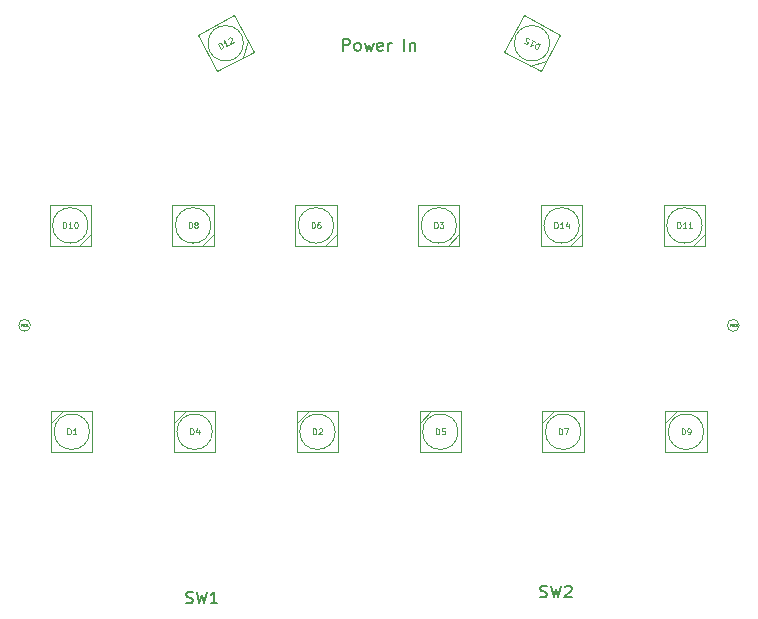
<source format=gbr>
%TF.GenerationSoftware,KiCad,Pcbnew,(6.0.7-1)-1*%
%TF.CreationDate,2022-12-12T20:47:58-08:00*%
%TF.ProjectId,ChristmasCountdown2022,43687269-7374-46d6-9173-436f756e7464,rev?*%
%TF.SameCoordinates,Original*%
%TF.FileFunction,AssemblyDrawing,Top*%
%FSLAX46Y46*%
G04 Gerber Fmt 4.6, Leading zero omitted, Abs format (unit mm)*
G04 Created by KiCad (PCBNEW (6.0.7-1)-1) date 2022-12-12 20:47:58*
%MOMM*%
%LPD*%
G01*
G04 APERTURE LIST*
%ADD10C,0.100000*%
%ADD11C,0.040000*%
%ADD12C,0.150000*%
G04 APERTURE END LIST*
D10*
%TO.C,D11*%
X175265361Y-91256190D02*
X175265361Y-90756190D01*
X175384408Y-90756190D01*
X175455837Y-90780000D01*
X175503456Y-90827619D01*
X175527265Y-90875238D01*
X175551075Y-90970476D01*
X175551075Y-91041904D01*
X175527265Y-91137142D01*
X175503456Y-91184761D01*
X175455837Y-91232380D01*
X175384408Y-91256190D01*
X175265361Y-91256190D01*
X176027265Y-91256190D02*
X175741551Y-91256190D01*
X175884408Y-91256190D02*
X175884408Y-90756190D01*
X175836789Y-90827619D01*
X175789170Y-90875238D01*
X175741551Y-90899047D01*
X176503456Y-91256190D02*
X176217742Y-91256190D01*
X176360599Y-91256190D02*
X176360599Y-90756190D01*
X176312980Y-90827619D01*
X176265361Y-90875238D01*
X176217742Y-90899047D01*
D11*
%TO.C,FID2*%
X179785714Y-99485714D02*
X179719047Y-99485714D01*
X179719047Y-99590476D02*
X179719047Y-99390476D01*
X179814285Y-99390476D01*
X179890476Y-99590476D02*
X179890476Y-99390476D01*
X179985714Y-99590476D02*
X179985714Y-99390476D01*
X180033333Y-99390476D01*
X180061904Y-99400000D01*
X180080952Y-99419047D01*
X180090476Y-99438095D01*
X180100000Y-99476190D01*
X180100000Y-99504761D01*
X180090476Y-99542857D01*
X180080952Y-99561904D01*
X180061904Y-99580952D01*
X180033333Y-99590476D01*
X179985714Y-99590476D01*
X180176190Y-99409523D02*
X180185714Y-99400000D01*
X180204761Y-99390476D01*
X180252380Y-99390476D01*
X180271428Y-99400000D01*
X180280952Y-99409523D01*
X180290476Y-99428571D01*
X180290476Y-99447619D01*
X180280952Y-99476190D01*
X180166666Y-99590476D01*
X180290476Y-99590476D01*
D10*
%TO.C,D7*%
X165230952Y-108726190D02*
X165230952Y-108226190D01*
X165350000Y-108226190D01*
X165421428Y-108250000D01*
X165469047Y-108297619D01*
X165492857Y-108345238D01*
X165516666Y-108440476D01*
X165516666Y-108511904D01*
X165492857Y-108607142D01*
X165469047Y-108654761D01*
X165421428Y-108702380D01*
X165350000Y-108726190D01*
X165230952Y-108726190D01*
X165683333Y-108226190D02*
X166016666Y-108226190D01*
X165802380Y-108726190D01*
%TO.C,D3*%
X154703456Y-91256190D02*
X154703456Y-90756190D01*
X154822504Y-90756190D01*
X154893932Y-90780000D01*
X154941551Y-90827619D01*
X154965361Y-90875238D01*
X154989170Y-90970476D01*
X154989170Y-91041904D01*
X154965361Y-91137142D01*
X154941551Y-91184761D01*
X154893932Y-91232380D01*
X154822504Y-91256190D01*
X154703456Y-91256190D01*
X155155837Y-90756190D02*
X155465361Y-90756190D01*
X155298694Y-90946666D01*
X155370123Y-90946666D01*
X155417742Y-90970476D01*
X155441551Y-90994285D01*
X155465361Y-91041904D01*
X155465361Y-91160952D01*
X155441551Y-91208571D01*
X155417742Y-91232380D01*
X155370123Y-91256190D01*
X155227265Y-91256190D01*
X155179646Y-91232380D01*
X155155837Y-91208571D01*
%TO.C,D5*%
X154830952Y-108726190D02*
X154830952Y-108226190D01*
X154950000Y-108226190D01*
X155021428Y-108250000D01*
X155069047Y-108297619D01*
X155092857Y-108345238D01*
X155116666Y-108440476D01*
X155116666Y-108511904D01*
X155092857Y-108607142D01*
X155069047Y-108654761D01*
X155021428Y-108702380D01*
X154950000Y-108726190D01*
X154830952Y-108726190D01*
X155569047Y-108226190D02*
X155330952Y-108226190D01*
X155307142Y-108464285D01*
X155330952Y-108440476D01*
X155378571Y-108416666D01*
X155497619Y-108416666D01*
X155545238Y-108440476D01*
X155569047Y-108464285D01*
X155592857Y-108511904D01*
X155592857Y-108630952D01*
X155569047Y-108678571D01*
X155545238Y-108702380D01*
X155497619Y-108726190D01*
X155378571Y-108726190D01*
X155330952Y-108702380D01*
X155307142Y-108678571D01*
%TO.C,D14*%
X164865361Y-91256190D02*
X164865361Y-90756190D01*
X164984408Y-90756190D01*
X165055837Y-90780000D01*
X165103456Y-90827619D01*
X165127265Y-90875238D01*
X165151075Y-90970476D01*
X165151075Y-91041904D01*
X165127265Y-91137142D01*
X165103456Y-91184761D01*
X165055837Y-91232380D01*
X164984408Y-91256190D01*
X164865361Y-91256190D01*
X165627265Y-91256190D02*
X165341551Y-91256190D01*
X165484408Y-91256190D02*
X165484408Y-90756190D01*
X165436789Y-90827619D01*
X165389170Y-90875238D01*
X165341551Y-90899047D01*
X166055837Y-90922857D02*
X166055837Y-91256190D01*
X165936789Y-90732380D02*
X165817742Y-91089523D01*
X166127265Y-91089523D01*
%TO.C,D10*%
X123265361Y-91256190D02*
X123265361Y-90756190D01*
X123384408Y-90756190D01*
X123455837Y-90780000D01*
X123503456Y-90827619D01*
X123527265Y-90875238D01*
X123551075Y-90970476D01*
X123551075Y-91041904D01*
X123527265Y-91137142D01*
X123503456Y-91184761D01*
X123455837Y-91232380D01*
X123384408Y-91256190D01*
X123265361Y-91256190D01*
X124027265Y-91256190D02*
X123741551Y-91256190D01*
X123884408Y-91256190D02*
X123884408Y-90756190D01*
X123836789Y-90827619D01*
X123789170Y-90875238D01*
X123741551Y-90899047D01*
X124336789Y-90756190D02*
X124384408Y-90756190D01*
X124432027Y-90780000D01*
X124455837Y-90803809D01*
X124479646Y-90851428D01*
X124503456Y-90946666D01*
X124503456Y-91065714D01*
X124479646Y-91160952D01*
X124455837Y-91208571D01*
X124432027Y-91232380D01*
X124384408Y-91256190D01*
X124336789Y-91256190D01*
X124289170Y-91232380D01*
X124265361Y-91208571D01*
X124241551Y-91160952D01*
X124217742Y-91065714D01*
X124217742Y-90946666D01*
X124241551Y-90851428D01*
X124265361Y-90803809D01*
X124289170Y-90780000D01*
X124336789Y-90756190D01*
D12*
%TO.C,SW1*%
X133666666Y-122984761D02*
X133809523Y-123032380D01*
X134047619Y-123032380D01*
X134142857Y-122984761D01*
X134190476Y-122937142D01*
X134238095Y-122841904D01*
X134238095Y-122746666D01*
X134190476Y-122651428D01*
X134142857Y-122603809D01*
X134047619Y-122556190D01*
X133857142Y-122508571D01*
X133761904Y-122460952D01*
X133714285Y-122413333D01*
X133666666Y-122318095D01*
X133666666Y-122222857D01*
X133714285Y-122127619D01*
X133761904Y-122080000D01*
X133857142Y-122032380D01*
X134095238Y-122032380D01*
X134238095Y-122080000D01*
X134571428Y-122032380D02*
X134809523Y-123032380D01*
X135000000Y-122318095D01*
X135190476Y-123032380D01*
X135428571Y-122032380D01*
X136333333Y-123032380D02*
X135761904Y-123032380D01*
X136047619Y-123032380D02*
X136047619Y-122032380D01*
X135952380Y-122175238D01*
X135857142Y-122270476D01*
X135761904Y-122318095D01*
D10*
%TO.C,D4*%
X134030952Y-108726190D02*
X134030952Y-108226190D01*
X134150000Y-108226190D01*
X134221428Y-108250000D01*
X134269047Y-108297619D01*
X134292857Y-108345238D01*
X134316666Y-108440476D01*
X134316666Y-108511904D01*
X134292857Y-108607142D01*
X134269047Y-108654761D01*
X134221428Y-108702380D01*
X134150000Y-108726190D01*
X134030952Y-108726190D01*
X134745238Y-108392857D02*
X134745238Y-108726190D01*
X134626190Y-108202380D02*
X134507142Y-108559523D01*
X134816666Y-108559523D01*
D11*
%TO.C,FID1*%
X119785714Y-99485714D02*
X119719047Y-99485714D01*
X119719047Y-99590476D02*
X119719047Y-99390476D01*
X119814285Y-99390476D01*
X119890476Y-99590476D02*
X119890476Y-99390476D01*
X119985714Y-99590476D02*
X119985714Y-99390476D01*
X120033333Y-99390476D01*
X120061904Y-99400000D01*
X120080952Y-99419047D01*
X120090476Y-99438095D01*
X120100000Y-99476190D01*
X120100000Y-99504761D01*
X120090476Y-99542857D01*
X120080952Y-99561904D01*
X120061904Y-99580952D01*
X120033333Y-99590476D01*
X119985714Y-99590476D01*
X120290476Y-99590476D02*
X120176190Y-99590476D01*
X120233333Y-99590476D02*
X120233333Y-99390476D01*
X120214285Y-99419047D01*
X120195238Y-99438095D01*
X120176190Y-99447619D01*
D12*
%TO.C,SW2*%
X163666666Y-122484761D02*
X163809523Y-122532380D01*
X164047619Y-122532380D01*
X164142857Y-122484761D01*
X164190476Y-122437142D01*
X164238095Y-122341904D01*
X164238095Y-122246666D01*
X164190476Y-122151428D01*
X164142857Y-122103809D01*
X164047619Y-122056190D01*
X163857142Y-122008571D01*
X163761904Y-121960952D01*
X163714285Y-121913333D01*
X163666666Y-121818095D01*
X163666666Y-121722857D01*
X163714285Y-121627619D01*
X163761904Y-121580000D01*
X163857142Y-121532380D01*
X164095238Y-121532380D01*
X164238095Y-121580000D01*
X164571428Y-121532380D02*
X164809523Y-122532380D01*
X165000000Y-121818095D01*
X165190476Y-122532380D01*
X165428571Y-121532380D01*
X165761904Y-121627619D02*
X165809523Y-121580000D01*
X165904761Y-121532380D01*
X166142857Y-121532380D01*
X166238095Y-121580000D01*
X166285714Y-121627619D01*
X166333333Y-121722857D01*
X166333333Y-121818095D01*
X166285714Y-121960952D01*
X165714285Y-122532380D01*
X166333333Y-122532380D01*
D10*
%TO.C,D6*%
X144303456Y-91256190D02*
X144303456Y-90756190D01*
X144422504Y-90756190D01*
X144493932Y-90780000D01*
X144541551Y-90827619D01*
X144565361Y-90875238D01*
X144589170Y-90970476D01*
X144589170Y-91041904D01*
X144565361Y-91137142D01*
X144541551Y-91184761D01*
X144493932Y-91232380D01*
X144422504Y-91256190D01*
X144303456Y-91256190D01*
X145017742Y-90756190D02*
X144922504Y-90756190D01*
X144874884Y-90780000D01*
X144851075Y-90803809D01*
X144803456Y-90875238D01*
X144779646Y-90970476D01*
X144779646Y-91160952D01*
X144803456Y-91208571D01*
X144827265Y-91232380D01*
X144874884Y-91256190D01*
X144970123Y-91256190D01*
X145017742Y-91232380D01*
X145041551Y-91208571D01*
X145065361Y-91160952D01*
X145065361Y-91041904D01*
X145041551Y-90994285D01*
X145017742Y-90970476D01*
X144970123Y-90946666D01*
X144874884Y-90946666D01*
X144827265Y-90970476D01*
X144803456Y-90994285D01*
X144779646Y-91041904D01*
%TO.C,D15*%
X163612265Y-75695321D02*
X163377529Y-76136795D01*
X163272416Y-76080906D01*
X163220526Y-76026350D01*
X163200837Y-75961949D01*
X163202170Y-75908726D01*
X163225859Y-75813457D01*
X163259393Y-75750390D01*
X163325127Y-75677477D01*
X163368506Y-75646610D01*
X163432906Y-75626921D01*
X163507152Y-75639432D01*
X163612265Y-75695321D01*
X162939543Y-75337629D02*
X163191814Y-75471764D01*
X163065678Y-75404696D02*
X162830942Y-75846170D01*
X162906521Y-75805458D01*
X162970922Y-75785769D01*
X163024145Y-75787102D01*
X162305378Y-75566723D02*
X162515604Y-75678502D01*
X162648406Y-75479454D01*
X162616205Y-75489299D01*
X162562982Y-75487965D01*
X162457869Y-75432076D01*
X162427002Y-75388697D01*
X162417157Y-75356497D01*
X162418491Y-75303274D01*
X162474380Y-75198161D01*
X162517758Y-75167294D01*
X162549959Y-75157449D01*
X162603182Y-75158783D01*
X162708295Y-75214672D01*
X162739162Y-75258050D01*
X162749007Y-75290251D01*
%TO.C,D2*%
X144430952Y-108726190D02*
X144430952Y-108226190D01*
X144550000Y-108226190D01*
X144621428Y-108250000D01*
X144669047Y-108297619D01*
X144692857Y-108345238D01*
X144716666Y-108440476D01*
X144716666Y-108511904D01*
X144692857Y-108607142D01*
X144669047Y-108654761D01*
X144621428Y-108702380D01*
X144550000Y-108726190D01*
X144430952Y-108726190D01*
X144907142Y-108273809D02*
X144930952Y-108250000D01*
X144978571Y-108226190D01*
X145097619Y-108226190D01*
X145145238Y-108250000D01*
X145169047Y-108273809D01*
X145192857Y-108321428D01*
X145192857Y-108369047D01*
X145169047Y-108440476D01*
X144883333Y-108726190D01*
X145192857Y-108726190D01*
D12*
%TO.C,J1*%
X146977780Y-76233990D02*
X146977780Y-75233990D01*
X147358733Y-75233990D01*
X147453971Y-75281610D01*
X147501590Y-75329229D01*
X147549209Y-75424467D01*
X147549209Y-75567324D01*
X147501590Y-75662562D01*
X147453971Y-75710181D01*
X147358733Y-75757800D01*
X146977780Y-75757800D01*
X148120638Y-76233990D02*
X148025400Y-76186371D01*
X147977780Y-76138752D01*
X147930161Y-76043514D01*
X147930161Y-75757800D01*
X147977780Y-75662562D01*
X148025400Y-75614943D01*
X148120638Y-75567324D01*
X148263495Y-75567324D01*
X148358733Y-75614943D01*
X148406352Y-75662562D01*
X148453971Y-75757800D01*
X148453971Y-76043514D01*
X148406352Y-76138752D01*
X148358733Y-76186371D01*
X148263495Y-76233990D01*
X148120638Y-76233990D01*
X148787304Y-75567324D02*
X148977780Y-76233990D01*
X149168257Y-75757800D01*
X149358733Y-76233990D01*
X149549209Y-75567324D01*
X150311114Y-76186371D02*
X150215876Y-76233990D01*
X150025400Y-76233990D01*
X149930161Y-76186371D01*
X149882542Y-76091133D01*
X149882542Y-75710181D01*
X149930161Y-75614943D01*
X150025400Y-75567324D01*
X150215876Y-75567324D01*
X150311114Y-75614943D01*
X150358733Y-75710181D01*
X150358733Y-75805419D01*
X149882542Y-75900657D01*
X150787304Y-76233990D02*
X150787304Y-75567324D01*
X150787304Y-75757800D02*
X150834923Y-75662562D01*
X150882542Y-75614943D01*
X150977780Y-75567324D01*
X151073019Y-75567324D01*
X152168257Y-76233990D02*
X152168257Y-75233990D01*
X152644447Y-75567324D02*
X152644447Y-76233990D01*
X152644447Y-75662562D02*
X152692066Y-75614943D01*
X152787304Y-75567324D01*
X152930161Y-75567324D01*
X153025400Y-75614943D01*
X153073019Y-75710181D01*
X153073019Y-76233990D01*
D10*
%TO.C,D9*%
X175630952Y-108726190D02*
X175630952Y-108226190D01*
X175750000Y-108226190D01*
X175821428Y-108250000D01*
X175869047Y-108297619D01*
X175892857Y-108345238D01*
X175916666Y-108440476D01*
X175916666Y-108511904D01*
X175892857Y-108607142D01*
X175869047Y-108654761D01*
X175821428Y-108702380D01*
X175750000Y-108726190D01*
X175630952Y-108726190D01*
X176154761Y-108726190D02*
X176250000Y-108726190D01*
X176297619Y-108702380D01*
X176321428Y-108678571D01*
X176369047Y-108607142D01*
X176392857Y-108511904D01*
X176392857Y-108321428D01*
X176369047Y-108273809D01*
X176345238Y-108250000D01*
X176297619Y-108226190D01*
X176202380Y-108226190D01*
X176154761Y-108250000D01*
X176130952Y-108273809D01*
X176107142Y-108321428D01*
X176107142Y-108440476D01*
X176130952Y-108488095D01*
X176154761Y-108511904D01*
X176202380Y-108535714D01*
X176297619Y-108535714D01*
X176345238Y-108511904D01*
X176369047Y-108488095D01*
X176392857Y-108440476D01*
%TO.C,D8*%
X133903456Y-91256190D02*
X133903456Y-90756190D01*
X134022504Y-90756190D01*
X134093932Y-90780000D01*
X134141551Y-90827619D01*
X134165361Y-90875238D01*
X134189170Y-90970476D01*
X134189170Y-91041904D01*
X134165361Y-91137142D01*
X134141551Y-91184761D01*
X134093932Y-91232380D01*
X134022504Y-91256190D01*
X133903456Y-91256190D01*
X134474884Y-90970476D02*
X134427265Y-90946666D01*
X134403456Y-90922857D01*
X134379646Y-90875238D01*
X134379646Y-90851428D01*
X134403456Y-90803809D01*
X134427265Y-90780000D01*
X134474884Y-90756190D01*
X134570123Y-90756190D01*
X134617742Y-90780000D01*
X134641551Y-90803809D01*
X134665361Y-90851428D01*
X134665361Y-90875238D01*
X134641551Y-90922857D01*
X134617742Y-90946666D01*
X134570123Y-90970476D01*
X134474884Y-90970476D01*
X134427265Y-90994285D01*
X134403456Y-91018095D01*
X134379646Y-91065714D01*
X134379646Y-91160952D01*
X134403456Y-91208571D01*
X134427265Y-91232380D01*
X134474884Y-91256190D01*
X134570123Y-91256190D01*
X134617742Y-91232380D01*
X134641551Y-91208571D01*
X134665361Y-91160952D01*
X134665361Y-91065714D01*
X134641551Y-91018095D01*
X134617742Y-90994285D01*
X134570123Y-90970476D01*
%TO.C,D1*%
X123630952Y-108726190D02*
X123630952Y-108226190D01*
X123750000Y-108226190D01*
X123821428Y-108250000D01*
X123869047Y-108297619D01*
X123892857Y-108345238D01*
X123916666Y-108440476D01*
X123916666Y-108511904D01*
X123892857Y-108607142D01*
X123869047Y-108654761D01*
X123821428Y-108702380D01*
X123750000Y-108726190D01*
X123630952Y-108726190D01*
X124392857Y-108726190D02*
X124107142Y-108726190D01*
X124250000Y-108726190D02*
X124250000Y-108226190D01*
X124202380Y-108297619D01*
X124154761Y-108345238D01*
X124107142Y-108369047D01*
%TO.C,D12*%
X136600114Y-76094750D02*
X136365378Y-75653276D01*
X136470491Y-75597387D01*
X136544737Y-75584876D01*
X136609138Y-75604565D01*
X136652516Y-75635432D01*
X136718250Y-75708345D01*
X136751784Y-75771412D01*
X136775473Y-75866680D01*
X136776806Y-75919904D01*
X136757117Y-75984304D01*
X136705227Y-76038861D01*
X136600114Y-76094750D01*
X137272836Y-75737058D02*
X137020565Y-75871192D01*
X137146701Y-75804125D02*
X136911965Y-75362651D01*
X136903454Y-75448075D01*
X136883764Y-75512475D01*
X136852897Y-75555854D01*
X137228637Y-75248206D02*
X137238481Y-75216005D01*
X137269349Y-75172627D01*
X137374461Y-75116737D01*
X137427684Y-75115404D01*
X137459885Y-75125249D01*
X137503263Y-75156116D01*
X137525619Y-75198161D01*
X137538130Y-75272407D01*
X137419994Y-75658812D01*
X137693287Y-75513500D01*
%TO.C,D11*%
X177622504Y-89280000D02*
X174122504Y-89280000D01*
X177622504Y-91780000D02*
X176622504Y-92780000D01*
X174122504Y-92780000D02*
X177622504Y-92780000D01*
X177622504Y-92780000D02*
X177622504Y-89280000D01*
X174122504Y-89280000D02*
X174122504Y-92780000D01*
X177372504Y-91030000D02*
G75*
G03*
X177372504Y-91030000I-1500000J0D01*
G01*
%TO.C,FID2*%
X180500000Y-99500000D02*
G75*
G03*
X180500000Y-99500000I-500000J0D01*
G01*
%TO.C,D7*%
X167350000Y-106750000D02*
X163850000Y-106750000D01*
X163850000Y-110250000D02*
X167350000Y-110250000D01*
X163850000Y-106750000D02*
X163850000Y-110250000D01*
X167350000Y-110250000D02*
X167350000Y-106750000D01*
X163850000Y-107750000D02*
X164850000Y-106750000D01*
X167100000Y-108500000D02*
G75*
G03*
X167100000Y-108500000I-1500000J0D01*
G01*
%TO.C,D3*%
X156822504Y-92780000D02*
X156822504Y-89280000D01*
X156822504Y-91780000D02*
X155822504Y-92780000D01*
X153322504Y-92780000D02*
X156822504Y-92780000D01*
X153322504Y-89280000D02*
X153322504Y-92780000D01*
X156822504Y-89280000D02*
X153322504Y-89280000D01*
X156572504Y-91030000D02*
G75*
G03*
X156572504Y-91030000I-1500000J0D01*
G01*
%TO.C,D5*%
X153450000Y-107750000D02*
X154450000Y-106750000D01*
X156950000Y-110250000D02*
X156950000Y-106750000D01*
X153450000Y-106750000D02*
X153450000Y-110250000D01*
X156950000Y-106750000D02*
X153450000Y-106750000D01*
X153450000Y-110250000D02*
X156950000Y-110250000D01*
X156700000Y-108500000D02*
G75*
G03*
X156700000Y-108500000I-1500000J0D01*
G01*
%TO.C,D14*%
X167222504Y-91780000D02*
X166222504Y-92780000D01*
X163722504Y-89280000D02*
X163722504Y-92780000D01*
X167222504Y-92780000D02*
X167222504Y-89280000D01*
X167222504Y-89280000D02*
X163722504Y-89280000D01*
X163722504Y-92780000D02*
X167222504Y-92780000D01*
X166972504Y-91030000D02*
G75*
G03*
X166972504Y-91030000I-1500000J0D01*
G01*
%TO.C,D10*%
X125622504Y-92780000D02*
X125622504Y-89280000D01*
X122122504Y-92780000D02*
X125622504Y-92780000D01*
X125622504Y-89280000D02*
X122122504Y-89280000D01*
X122122504Y-89280000D02*
X122122504Y-92780000D01*
X125622504Y-91780000D02*
X124622504Y-92780000D01*
X125372504Y-91030000D02*
G75*
G03*
X125372504Y-91030000I-1500000J0D01*
G01*
%TO.C,D4*%
X132650000Y-110250000D02*
X136150000Y-110250000D01*
X136150000Y-106750000D02*
X132650000Y-106750000D01*
X132650000Y-107750000D02*
X133650000Y-106750000D01*
X136150000Y-110250000D02*
X136150000Y-106750000D01*
X132650000Y-106750000D02*
X132650000Y-110250000D01*
X135900000Y-108500000D02*
G75*
G03*
X135900000Y-108500000I-1500000J0D01*
G01*
%TO.C,FID1*%
X120500000Y-99500000D02*
G75*
G03*
X120500000Y-99500000I-500000J0D01*
G01*
%TO.C,D6*%
X146422504Y-91780000D02*
X145422504Y-92780000D01*
X146422504Y-92780000D02*
X146422504Y-89280000D01*
X142922504Y-92780000D02*
X146422504Y-92780000D01*
X142922504Y-89280000D02*
X142922504Y-92780000D01*
X146422504Y-89280000D02*
X142922504Y-89280000D01*
X146172504Y-91030000D02*
G75*
G03*
X146172504Y-91030000I-1500000J0D01*
G01*
%TO.C,D15*%
X163693583Y-77976734D02*
X165336734Y-74886417D01*
X160603266Y-76333583D02*
X163693583Y-77976734D01*
X162246417Y-73243266D02*
X160603266Y-76333583D01*
X164163055Y-77093786D02*
X162810635Y-77507262D01*
X165336734Y-74886417D02*
X162246417Y-73243266D01*
X164469999Y-75610000D02*
G75*
G03*
X164469999Y-75610000I-1499999J0D01*
G01*
%TO.C,D2*%
X143050000Y-107750000D02*
X144050000Y-106750000D01*
X146550000Y-106750000D02*
X143050000Y-106750000D01*
X143050000Y-106750000D02*
X143050000Y-110250000D01*
X146550000Y-110250000D02*
X146550000Y-106750000D01*
X143050000Y-110250000D02*
X146550000Y-110250000D01*
X146300000Y-108500000D02*
G75*
G03*
X146300000Y-108500000I-1500000J0D01*
G01*
%TO.C,D9*%
X174250000Y-106750000D02*
X174250000Y-110250000D01*
X174250000Y-110250000D02*
X177750000Y-110250000D01*
X174250000Y-107750000D02*
X175250000Y-106750000D01*
X177750000Y-110250000D02*
X177750000Y-106750000D01*
X177750000Y-106750000D02*
X174250000Y-106750000D01*
X177500000Y-108500000D02*
G75*
G03*
X177500000Y-108500000I-1500000J0D01*
G01*
%TO.C,D8*%
X132522504Y-89280000D02*
X132522504Y-92780000D01*
X136022504Y-89280000D02*
X132522504Y-89280000D01*
X136022504Y-92780000D02*
X136022504Y-89280000D01*
X132522504Y-92780000D02*
X136022504Y-92780000D01*
X136022504Y-91780000D02*
X135022504Y-92780000D01*
X135772504Y-91030000D02*
G75*
G03*
X135772504Y-91030000I-1500000J0D01*
G01*
%TO.C,D1*%
X122250000Y-110250000D02*
X125750000Y-110250000D01*
X125750000Y-110250000D02*
X125750000Y-106750000D01*
X125750000Y-106750000D02*
X122250000Y-106750000D01*
X122250000Y-106750000D02*
X122250000Y-110250000D01*
X122250000Y-107750000D02*
X123250000Y-106750000D01*
X125500000Y-108500000D02*
G75*
G03*
X125500000Y-108500000I-1500000J0D01*
G01*
%TO.C,D12*%
X134663266Y-74886417D02*
X136306417Y-77976734D01*
X138927262Y-75450635D02*
X138513786Y-76803055D01*
X139396734Y-76333583D02*
X137753583Y-73243266D01*
X136306417Y-77976734D02*
X139396734Y-76333583D01*
X137753583Y-73243266D02*
X134663266Y-74886417D01*
X138529999Y-75610000D02*
G75*
G03*
X138529999Y-75610000I-1499999J0D01*
G01*
%TD*%
M02*

</source>
